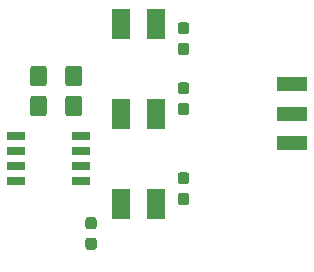
<source format=gbr>
G04 #@! TF.GenerationSoftware,KiCad,Pcbnew,(5.1.6)-1*
G04 #@! TF.CreationDate,2020-10-21T14:23:11+02:00*
G04 #@! TF.ProjectId,Stimmungslicht,5374696d-6d75-46e6-9773-6c696368742e,rev?*
G04 #@! TF.SameCoordinates,Original*
G04 #@! TF.FileFunction,Paste,Top*
G04 #@! TF.FilePolarity,Positive*
%FSLAX46Y46*%
G04 Gerber Fmt 4.6, Leading zero omitted, Abs format (unit mm)*
G04 Created by KiCad (PCBNEW (5.1.6)-1) date 2020-10-21 14:23:11*
%MOMM*%
%LPD*%
G01*
G04 APERTURE LIST*
%ADD10R,2.500000X1.200000*%
%ADD11R,1.525000X0.650000*%
%ADD12R,1.500000X2.600000*%
G04 APERTURE END LIST*
D10*
X157191200Y-113806600D03*
X157191200Y-116306600D03*
X157191200Y-118806600D03*
G36*
G01*
X136461200Y-115046600D02*
X136461200Y-116296600D01*
G75*
G02*
X136211200Y-116546600I-250000J0D01*
G01*
X135286200Y-116546600D01*
G75*
G02*
X135036200Y-116296600I0J250000D01*
G01*
X135036200Y-115046600D01*
G75*
G02*
X135286200Y-114796600I250000J0D01*
G01*
X136211200Y-114796600D01*
G75*
G02*
X136461200Y-115046600I0J-250000D01*
G01*
G37*
G36*
G01*
X139436200Y-115046600D02*
X139436200Y-116296600D01*
G75*
G02*
X139186200Y-116546600I-250000J0D01*
G01*
X138261200Y-116546600D01*
G75*
G02*
X138011200Y-116296600I0J250000D01*
G01*
X138011200Y-115046600D01*
G75*
G02*
X138261200Y-114796600I250000J0D01*
G01*
X139186200Y-114796600D01*
G75*
G02*
X139436200Y-115046600I0J-250000D01*
G01*
G37*
G36*
G01*
X136461200Y-112506600D02*
X136461200Y-113756600D01*
G75*
G02*
X136211200Y-114006600I-250000J0D01*
G01*
X135286200Y-114006600D01*
G75*
G02*
X135036200Y-113756600I0J250000D01*
G01*
X135036200Y-112506600D01*
G75*
G02*
X135286200Y-112256600I250000J0D01*
G01*
X136211200Y-112256600D01*
G75*
G02*
X136461200Y-112506600I0J-250000D01*
G01*
G37*
G36*
G01*
X139436200Y-112506600D02*
X139436200Y-113756600D01*
G75*
G02*
X139186200Y-114006600I-250000J0D01*
G01*
X138261200Y-114006600D01*
G75*
G02*
X138011200Y-113756600I0J250000D01*
G01*
X138011200Y-112506600D01*
G75*
G02*
X138261200Y-112256600I250000J0D01*
G01*
X139186200Y-112256600D01*
G75*
G02*
X139436200Y-112506600I0J-250000D01*
G01*
G37*
D11*
X139313200Y-118211600D03*
X139313200Y-119481600D03*
X139313200Y-120751600D03*
X139313200Y-122021600D03*
X133889200Y-122021600D03*
X133889200Y-120751600D03*
X133889200Y-119481600D03*
X133889200Y-118211600D03*
D12*
X142721200Y-108686600D03*
X145721200Y-108686600D03*
X142719800Y-116306600D03*
X145719800Y-116306600D03*
X145721200Y-123926600D03*
X142721200Y-123926600D03*
G36*
G01*
X148268700Y-111356600D02*
X147793700Y-111356600D01*
G75*
G02*
X147556200Y-111119100I0J237500D01*
G01*
X147556200Y-110544100D01*
G75*
G02*
X147793700Y-110306600I237500J0D01*
G01*
X148268700Y-110306600D01*
G75*
G02*
X148506200Y-110544100I0J-237500D01*
G01*
X148506200Y-111119100D01*
G75*
G02*
X148268700Y-111356600I-237500J0D01*
G01*
G37*
G36*
G01*
X148268700Y-109606600D02*
X147793700Y-109606600D01*
G75*
G02*
X147556200Y-109369100I0J237500D01*
G01*
X147556200Y-108794100D01*
G75*
G02*
X147793700Y-108556600I237500J0D01*
G01*
X148268700Y-108556600D01*
G75*
G02*
X148506200Y-108794100I0J-237500D01*
G01*
X148506200Y-109369100D01*
G75*
G02*
X148268700Y-109606600I-237500J0D01*
G01*
G37*
G36*
G01*
X147793700Y-115386600D02*
X148268700Y-115386600D01*
G75*
G02*
X148506200Y-115624100I0J-237500D01*
G01*
X148506200Y-116199100D01*
G75*
G02*
X148268700Y-116436600I-237500J0D01*
G01*
X147793700Y-116436600D01*
G75*
G02*
X147556200Y-116199100I0J237500D01*
G01*
X147556200Y-115624100D01*
G75*
G02*
X147793700Y-115386600I237500J0D01*
G01*
G37*
G36*
G01*
X147793700Y-113636600D02*
X148268700Y-113636600D01*
G75*
G02*
X148506200Y-113874100I0J-237500D01*
G01*
X148506200Y-114449100D01*
G75*
G02*
X148268700Y-114686600I-237500J0D01*
G01*
X147793700Y-114686600D01*
G75*
G02*
X147556200Y-114449100I0J237500D01*
G01*
X147556200Y-113874100D01*
G75*
G02*
X147793700Y-113636600I237500J0D01*
G01*
G37*
G36*
G01*
X147793700Y-121256600D02*
X148268700Y-121256600D01*
G75*
G02*
X148506200Y-121494100I0J-237500D01*
G01*
X148506200Y-122069100D01*
G75*
G02*
X148268700Y-122306600I-237500J0D01*
G01*
X147793700Y-122306600D01*
G75*
G02*
X147556200Y-122069100I0J237500D01*
G01*
X147556200Y-121494100D01*
G75*
G02*
X147793700Y-121256600I237500J0D01*
G01*
G37*
G36*
G01*
X147793700Y-123006600D02*
X148268700Y-123006600D01*
G75*
G02*
X148506200Y-123244100I0J-237500D01*
G01*
X148506200Y-123819100D01*
G75*
G02*
X148268700Y-124056600I-237500J0D01*
G01*
X147793700Y-124056600D01*
G75*
G02*
X147556200Y-123819100I0J237500D01*
G01*
X147556200Y-123244100D01*
G75*
G02*
X147793700Y-123006600I237500J0D01*
G01*
G37*
G36*
G01*
X140440420Y-126122920D02*
X139965420Y-126122920D01*
G75*
G02*
X139727920Y-125885420I0J237500D01*
G01*
X139727920Y-125310420D01*
G75*
G02*
X139965420Y-125072920I237500J0D01*
G01*
X140440420Y-125072920D01*
G75*
G02*
X140677920Y-125310420I0J-237500D01*
G01*
X140677920Y-125885420D01*
G75*
G02*
X140440420Y-126122920I-237500J0D01*
G01*
G37*
G36*
G01*
X140440420Y-127872920D02*
X139965420Y-127872920D01*
G75*
G02*
X139727920Y-127635420I0J237500D01*
G01*
X139727920Y-127060420D01*
G75*
G02*
X139965420Y-126822920I237500J0D01*
G01*
X140440420Y-126822920D01*
G75*
G02*
X140677920Y-127060420I0J-237500D01*
G01*
X140677920Y-127635420D01*
G75*
G02*
X140440420Y-127872920I-237500J0D01*
G01*
G37*
M02*

</source>
